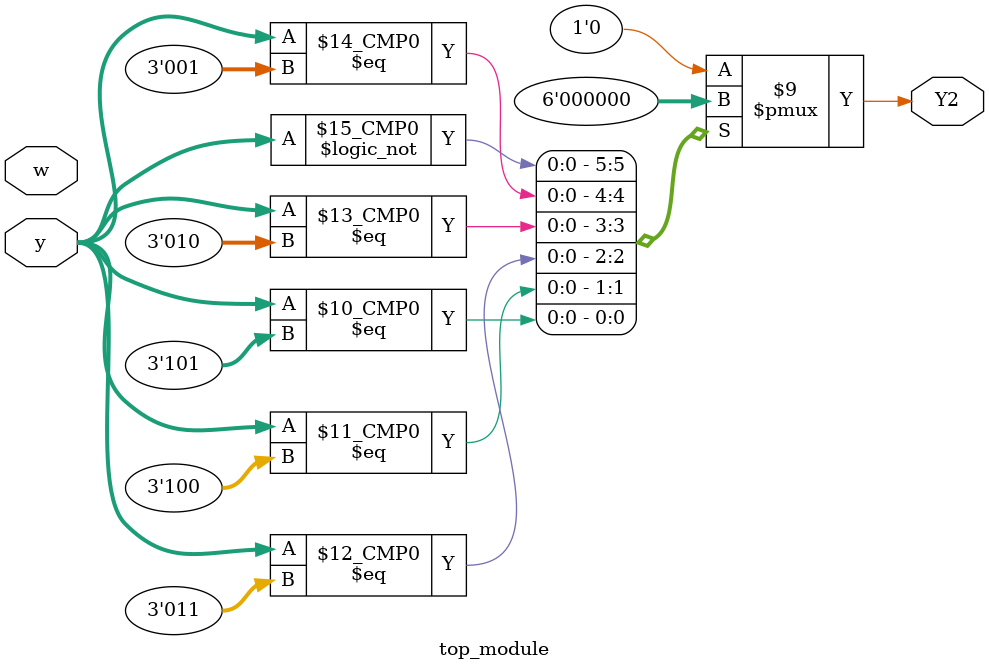
<source format=sv>
module top_module(
	input [3:1] y,
	input w,
	output reg Y2);

	always @(*) begin
		case (y)
			3'b000: Y2 = (w & 1'b0); // A -> A
			3'b001: Y2 = (w & 1'b0); // B -> A
			3'b010: Y2 = (w & 1'b0); // C -> A
			3'b011: Y2 = (w & 1'b0); // D -> A
			3'b100: Y2 = (w & 1'b0); // E -> E
			3'b101: Y2 = (w & 1'b0); // F -> E
			default: Y2 = 1'b0; // Default
		endcase
	end

endmodule

</source>
